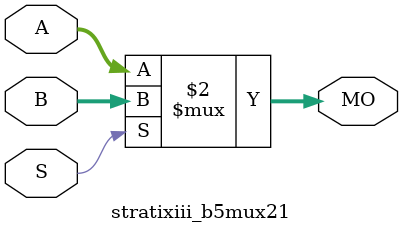
<source format=v>
module stratixiii_b5mux21 (MO, A, B, S);
   input [4:0] A, B;
   input       S;
   output [4:0] MO; 
   assign MO = (S == 1) ? B : A; 
endmodule
</source>
